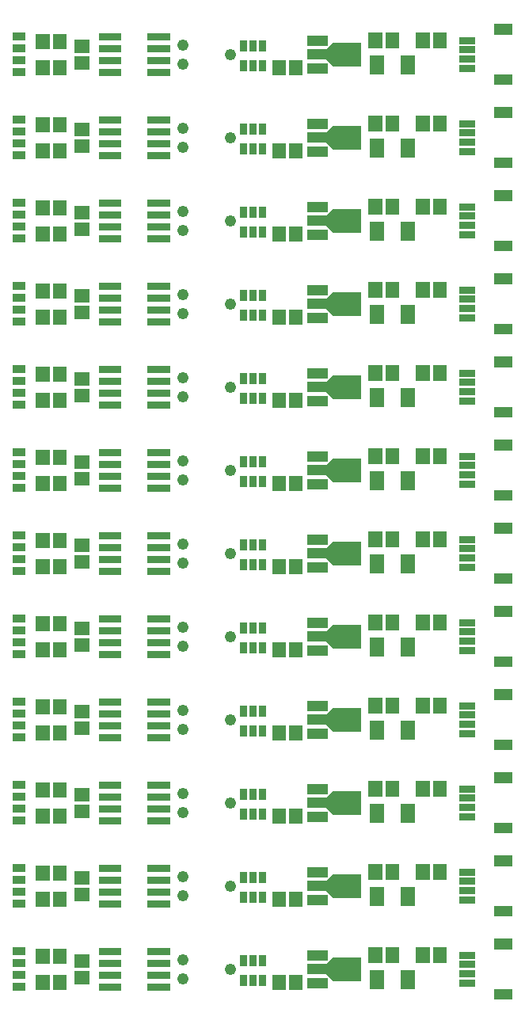
<source format=gbr>
G04 start of page 7 for group -4063 idx -4063 *
G04 Title: (unknown), componentmask *
G04 Creator: pcb 20140316 *
G04 CreationDate: Thu 17 Dec 2020 03:42:44 AM GMT UTC *
G04 For: railfan *
G04 Format: Gerber/RS-274X *
G04 PCB-Dimensions (mil): 3000.00 4500.00 *
G04 PCB-Coordinate-Origin: lower left *
%MOIN*%
%FSLAX25Y25*%
%LNTOPMASK*%
%ADD63R,0.0444X0.0444*%
%ADD62R,0.0296X0.0296*%
%ADD61C,0.0001*%
%ADD60R,0.1005X0.1005*%
%ADD59R,0.0438X0.0438*%
%ADD58R,0.0610X0.0610*%
%ADD57R,0.0300X0.0300*%
%ADD56R,0.0572X0.0572*%
%ADD55R,0.0344X0.0344*%
%ADD54C,0.0490*%
G54D54*X151500Y312500D03*
Y277500D03*
Y242500D03*
Y207500D03*
X131500Y316500D03*
Y308500D03*
Y281500D03*
Y273500D03*
Y246500D03*
Y238500D03*
Y211500D03*
Y203500D03*
X151500Y382500D03*
X131500Y386500D03*
Y378500D03*
X151500Y347500D03*
X131500Y351500D03*
X151500Y417500D03*
X131500Y421500D03*
Y413500D03*
Y343500D03*
X151500Y172500D03*
Y137500D03*
Y102500D03*
Y67500D03*
X131500Y176500D03*
Y168500D03*
Y141500D03*
Y133500D03*
Y106500D03*
Y98500D03*
Y71500D03*
Y63500D03*
X151500Y32500D03*
X131500Y36500D03*
Y28500D03*
G54D55*X61419Y340000D02*X63337D01*
X61419Y345000D02*X63337D01*
G54D56*X72457Y342393D02*Y341607D01*
Y353393D02*Y352607D01*
G54D55*X61419Y350000D02*X63337D01*
X61419Y355000D02*X63337D01*
G54D56*X88607Y343957D02*X89393D01*
X88607Y351043D02*X89393D01*
X79543Y342393D02*Y341607D01*
Y353393D02*Y352607D01*
G54D57*X97500Y355000D02*X104000D01*
X97500Y350000D02*X104000D01*
X97500Y345000D02*X104000D01*
X97500Y340000D02*X104000D01*
G54D55*X61419Y305000D02*X63337D01*
X61419Y310000D02*X63337D01*
G54D56*X72457Y307393D02*Y306607D01*
Y318393D02*Y317607D01*
G54D55*X61419Y315000D02*X63337D01*
X61419Y320000D02*X63337D01*
G54D56*X88607Y308957D02*X89393D01*
X88607Y316043D02*X89393D01*
X79543Y307393D02*Y306607D01*
Y318393D02*Y317607D01*
G54D57*X97500Y320000D02*X104000D01*
X97500Y315000D02*X104000D01*
X97500Y310000D02*X104000D01*
X97500Y305000D02*X104000D01*
X157100Y343600D02*Y342000D01*
X161000Y343600D02*Y342000D01*
X164900Y343600D02*Y342000D01*
Y351800D02*Y350200D01*
X161000Y351800D02*Y350200D01*
X157100Y351800D02*Y350200D01*
X164900Y316800D02*Y315200D01*
Y308600D02*Y307000D01*
X161000Y316800D02*Y315200D01*
X157100Y316800D02*Y315200D01*
Y308600D02*Y307000D01*
X161000Y308600D02*Y307000D01*
X118000Y305000D02*X124500D01*
X118000Y310000D02*X124500D01*
X118000Y315000D02*X124500D01*
X118000Y320000D02*X124500D01*
G54D55*X61419Y270000D02*X63337D01*
X61419Y275000D02*X63337D01*
G54D56*X72457Y272393D02*Y271607D01*
Y283393D02*Y282607D01*
G54D55*X61419Y280000D02*X63337D01*
X61419Y285000D02*X63337D01*
G54D56*X88607Y273957D02*X89393D01*
X88607Y281043D02*X89393D01*
X79543Y272393D02*Y271607D01*
Y283393D02*Y282607D01*
G54D57*X97500Y285000D02*X104000D01*
X97500Y280000D02*X104000D01*
X97500Y275000D02*X104000D01*
X97500Y270000D02*X104000D01*
G54D55*X61419Y235000D02*X63337D01*
X61419Y240000D02*X63337D01*
G54D56*X72457Y237393D02*Y236607D01*
Y248393D02*Y247607D01*
G54D55*X61419Y245000D02*X63337D01*
X61419Y250000D02*X63337D01*
G54D56*X88607Y238957D02*X89393D01*
X88607Y246043D02*X89393D01*
X79543Y237393D02*Y236607D01*
Y248393D02*Y247607D01*
G54D57*X97500Y250000D02*X104000D01*
X97500Y245000D02*X104000D01*
X97500Y240000D02*X104000D01*
X97500Y235000D02*X104000D01*
G54D55*X61419Y410000D02*X63337D01*
X61419Y415000D02*X63337D01*
X61419Y420000D02*X63337D01*
X61419Y425000D02*X63337D01*
G54D56*X72457Y423393D02*Y422607D01*
X79543Y423393D02*Y422607D01*
X72457Y412393D02*Y411607D01*
X79543Y412393D02*Y411607D01*
X88607Y413957D02*X89393D01*
X88607Y421043D02*X89393D01*
G54D57*X97500Y425000D02*X104000D01*
X97500Y420000D02*X104000D01*
X97500Y415000D02*X104000D01*
X97500Y410000D02*X104000D01*
G54D55*X61419Y375000D02*X63337D01*
X61419Y380000D02*X63337D01*
G54D56*X72457Y377393D02*Y376607D01*
Y388393D02*Y387607D01*
G54D55*X61419Y385000D02*X63337D01*
X61419Y390000D02*X63337D01*
G54D56*X88607Y378957D02*X89393D01*
X88607Y386043D02*X89393D01*
X79543Y377393D02*Y376607D01*
Y388393D02*Y387607D01*
G54D57*X97500Y390000D02*X104000D01*
X97500Y385000D02*X104000D01*
X97500Y380000D02*X104000D01*
X97500Y375000D02*X104000D01*
G54D58*X226000Y414000D02*Y412000D01*
X213000Y414000D02*Y412000D01*
G54D56*X212457Y423893D02*Y423107D01*
X219543Y423893D02*Y423107D01*
G54D58*X226000Y379000D02*Y377000D01*
X213000Y379000D02*Y377000D01*
G54D56*X219543Y388893D02*Y388107D01*
X212457Y388893D02*Y388107D01*
G54D58*X226000Y344000D02*Y342000D01*
Y309000D02*Y307000D01*
G54D56*X232457Y318893D02*Y318107D01*
X239543Y318893D02*Y318107D01*
G54D58*X213000Y344000D02*Y342000D01*
G54D56*X212457Y353893D02*Y353107D01*
X219543Y353893D02*Y353107D01*
G54D58*X213000Y309000D02*Y307000D01*
G54D56*X212457Y318893D02*Y318107D01*
X219543Y318893D02*Y318107D01*
G54D59*X186016Y423406D02*X190110D01*
X186016Y417500D02*X197826D01*
G54D60*X199560D02*X201450D01*
G54D61*G36*
X191571Y419385D02*X194835Y422649D01*
X196679Y420805D01*
X193415Y417541D01*
X191571Y419385D01*
G37*
G36*
X193415Y417459D02*X196679Y414195D01*
X194835Y412351D01*
X191571Y415615D01*
X193415Y417459D01*
G37*
G54D59*X186016Y411594D02*X190110D01*
G54D56*X179043Y412393D02*Y411607D01*
X171957Y412393D02*Y411607D01*
X179043Y307393D02*Y306607D01*
X171957Y307393D02*Y306607D01*
G54D62*X249130Y411594D02*X252870D01*
X249130Y415531D02*X252870D01*
X249130Y419469D02*X252870D01*
X249130Y423406D02*X252870D01*
G54D63*X264632Y406919D02*X267880D01*
X264632Y428081D02*X267880D01*
G54D56*X232457Y423893D02*Y423107D01*
X239543Y423893D02*Y423107D01*
G54D62*X249130Y376594D02*X252870D01*
X249130Y380531D02*X252870D01*
G54D63*X264632Y371919D02*X267880D01*
G54D62*X249130Y384469D02*X252870D01*
G54D56*X232457Y388893D02*Y388107D01*
X239543Y388893D02*Y388107D01*
G54D62*X249130Y388406D02*X252870D01*
G54D63*X264632Y393081D02*X267880D01*
X264632Y358081D02*X267880D01*
G54D57*X118000Y425000D02*X124500D01*
X164900Y421800D02*Y420200D01*
X161000Y421800D02*Y420200D01*
X157100Y421800D02*Y420200D01*
Y413600D02*Y412000D01*
X118000Y410000D02*X124500D01*
X118000Y415000D02*X124500D01*
X161000Y413600D02*Y412000D01*
X164900Y413600D02*Y412000D01*
X118000Y420000D02*X124500D01*
X118000Y390000D02*X124500D01*
X164900Y386800D02*Y385200D01*
X161000Y386800D02*Y385200D01*
X157100Y386800D02*Y385200D01*
Y378600D02*Y377000D01*
X118000Y375000D02*X124500D01*
X118000Y380000D02*X124500D01*
X161000Y378600D02*Y377000D01*
X164900Y378600D02*Y377000D01*
X118000Y385000D02*X124500D01*
X118000Y340000D02*X124500D01*
X118000Y345000D02*X124500D01*
X118000Y350000D02*X124500D01*
X118000Y355000D02*X124500D01*
G54D59*X186016Y388406D02*X190110D01*
X186016Y382500D02*X197826D01*
X186016Y376594D02*X190110D01*
G54D56*X179043Y377393D02*Y376607D01*
X171957Y377393D02*Y376607D01*
G54D60*X199560Y382500D02*X201450D01*
G54D61*G36*
X191571Y384385D02*X194835Y387649D01*
X196679Y385805D01*
X193415Y382541D01*
X191571Y384385D01*
G37*
G36*
X193415Y382459D02*X196679Y379195D01*
X194835Y377351D01*
X191571Y380615D01*
X193415Y382459D01*
G37*
G54D62*X249130Y341594D02*X252870D01*
X249130Y345531D02*X252870D01*
X249130Y349469D02*X252870D01*
X249130Y353406D02*X252870D01*
G54D56*X232457Y353893D02*Y353107D01*
X239543Y353893D02*Y353107D01*
G54D63*X264632Y336919D02*X267880D01*
X264632Y323081D02*X267880D01*
G54D62*X249130Y306594D02*X252870D01*
X249130Y310531D02*X252870D01*
X249130Y314469D02*X252870D01*
X249130Y318406D02*X252870D01*
G54D63*X264632Y301919D02*X267880D01*
G54D59*X186016Y353406D02*X190110D01*
X186016Y347500D02*X197826D01*
G54D60*X199560D02*X201450D01*
G54D61*G36*
X191571Y349385D02*X194835Y352649D01*
X196679Y350805D01*
X193415Y347541D01*
X191571Y349385D01*
G37*
G36*
X193415Y347459D02*X196679Y344195D01*
X194835Y342351D01*
X191571Y345615D01*
X193415Y347459D01*
G37*
G54D59*X186016Y341594D02*X190110D01*
G54D56*X179043Y342393D02*Y341607D01*
X171957Y342393D02*Y341607D01*
G54D59*X186016Y318406D02*X190110D01*
X186016Y312500D02*X197826D01*
G54D60*X199560D02*X201450D01*
G54D61*G36*
X191571Y314385D02*X194835Y317649D01*
X196679Y315805D01*
X193415Y312541D01*
X191571Y314385D01*
G37*
G36*
X193415Y312459D02*X196679Y309195D01*
X194835Y307351D01*
X191571Y310615D01*
X193415Y312459D01*
G37*
G54D59*X186016Y306594D02*X190110D01*
G54D58*X226000Y274000D02*Y272000D01*
G54D56*X232457Y283893D02*Y283107D01*
X239543Y283893D02*Y283107D01*
G54D58*X213000Y274000D02*Y272000D01*
G54D56*X212457Y283893D02*Y283107D01*
X219543Y283893D02*Y283107D01*
X212457Y248893D02*Y248107D01*
X219543Y248893D02*Y248107D01*
G54D62*X249130Y271594D02*X252870D01*
X249130Y275531D02*X252870D01*
X249130Y279469D02*X252870D01*
X249130Y283406D02*X252870D01*
G54D63*X264632Y266919D02*X267880D01*
X264632Y288081D02*X267880D01*
G54D59*X186016Y283406D02*X190110D01*
X186016Y277500D02*X197826D01*
G54D60*X199560D02*X201450D01*
G54D61*G36*
X191571Y279385D02*X194835Y282649D01*
X196679Y280805D01*
X193415Y277541D01*
X191571Y279385D01*
G37*
G36*
X193415Y277459D02*X196679Y274195D01*
X194835Y272351D01*
X191571Y275615D01*
X193415Y277459D01*
G37*
G54D59*X186016Y271594D02*X190110D01*
G54D56*X179043Y272393D02*Y271607D01*
X171957Y272393D02*Y271607D01*
G54D58*X226000Y239000D02*Y237000D01*
G54D62*X249130Y236594D02*X252870D01*
X249130Y240531D02*X252870D01*
X249130Y244469D02*X252870D01*
X249130Y248406D02*X252870D01*
G54D56*X232457Y248893D02*Y248107D01*
X239543Y248893D02*Y248107D01*
G54D63*X264632Y231919D02*X267880D01*
X264632Y253081D02*X267880D01*
X264632Y218081D02*X267880D01*
G54D58*X213000Y239000D02*Y237000D01*
G54D56*X212457Y213893D02*Y213107D01*
X219543Y213893D02*Y213107D01*
G54D57*X157100Y273600D02*Y272000D01*
X161000Y273600D02*Y272000D01*
X164900Y273600D02*Y272000D01*
Y281800D02*Y280200D01*
X161000Y281800D02*Y280200D01*
X157100Y281800D02*Y280200D01*
X118000Y270000D02*X124500D01*
X118000Y275000D02*X124500D01*
X118000Y280000D02*X124500D01*
X118000Y285000D02*X124500D01*
X118000Y235000D02*X124500D01*
X118000Y240000D02*X124500D01*
X118000Y245000D02*X124500D01*
X118000Y250000D02*X124500D01*
X164900Y246800D02*Y245200D01*
Y238600D02*Y237000D01*
X161000Y246800D02*Y245200D01*
Y238600D02*Y237000D01*
X157100Y246800D02*Y245200D01*
Y238600D02*Y237000D01*
X164900Y211800D02*Y210200D01*
Y203600D02*Y202000D01*
X161000Y211800D02*Y210200D01*
X157100Y211800D02*Y210200D01*
Y203600D02*Y202000D01*
X161000Y203600D02*Y202000D01*
X118000Y200000D02*X124500D01*
X118000Y205000D02*X124500D01*
X118000Y210000D02*X124500D01*
X118000Y215000D02*X124500D01*
G54D59*X186016Y248406D02*X190110D01*
X186016Y242500D02*X197826D01*
G54D60*X199560D02*X201450D01*
G54D61*G36*
X191571Y244385D02*X194835Y247649D01*
X196679Y245805D01*
X193415Y242541D01*
X191571Y244385D01*
G37*
G36*
X193415Y242459D02*X196679Y239195D01*
X194835Y237351D01*
X191571Y240615D01*
X193415Y242459D01*
G37*
G54D59*X186016Y236594D02*X190110D01*
G54D56*X179043Y237393D02*Y236607D01*
X171957Y237393D02*Y236607D01*
G54D62*X249130Y201594D02*X252870D01*
G54D63*X264632Y196919D02*X267880D01*
G54D62*X249130Y205531D02*X252870D01*
X249130Y209469D02*X252870D01*
X249130Y213406D02*X252870D01*
G54D56*X232457Y213893D02*Y213107D01*
X239543Y213893D02*Y213107D01*
G54D62*X249130Y170531D02*X252870D01*
X249130Y174469D02*X252870D01*
X249130Y178406D02*X252870D01*
G54D63*X264632Y183081D02*X267880D01*
G54D56*X232457Y178893D02*Y178107D01*
X239543Y178893D02*Y178107D01*
G54D59*X186016Y213406D02*X190110D01*
X186016Y207500D02*X197826D01*
G54D60*X199560D02*X201450D01*
G54D61*G36*
X191571Y209385D02*X194835Y212649D01*
X196679Y210805D01*
X193415Y207541D01*
X191571Y209385D01*
G37*
G36*
X193415Y207459D02*X196679Y204195D01*
X194835Y202351D01*
X191571Y205615D01*
X193415Y207459D01*
G37*
G54D59*X186016Y201594D02*X190110D01*
G54D56*X179043Y202393D02*Y201607D01*
X171957Y202393D02*Y201607D01*
G54D58*X226000Y204000D02*Y202000D01*
X213000Y204000D02*Y202000D01*
G54D56*X212457Y178893D02*Y178107D01*
X219543Y178893D02*Y178107D01*
G54D58*X226000Y169000D02*Y167000D01*
X213000Y169000D02*Y167000D01*
X226000Y134000D02*Y132000D01*
X213000Y134000D02*Y132000D01*
G54D56*X219543Y143893D02*Y143107D01*
X212457Y143893D02*Y143107D01*
G54D59*X186016Y178406D02*X190110D01*
X186016Y172500D02*X197826D01*
G54D60*X199560D02*X201450D01*
G54D61*G36*
X191571Y174385D02*X194835Y177649D01*
X196679Y175805D01*
X193415Y172541D01*
X191571Y174385D01*
G37*
G36*
X193415Y172459D02*X196679Y169195D01*
X194835Y167351D01*
X191571Y170615D01*
X193415Y172459D01*
G37*
G54D59*X186016Y166594D02*X190110D01*
G54D56*X179043Y167393D02*Y166607D01*
X171957Y167393D02*Y166607D01*
G54D62*X249130Y166594D02*X252870D01*
G54D63*X264632Y161919D02*X267880D01*
G54D62*X249130Y131594D02*X252870D01*
X249130Y135531D02*X252870D01*
G54D63*X264632Y126919D02*X267880D01*
G54D62*X249130Y139469D02*X252870D01*
X249130Y143406D02*X252870D01*
G54D63*X264632Y148081D02*X267880D01*
G54D56*X232457Y143893D02*Y143107D01*
X239543Y143893D02*Y143107D01*
G54D59*X186016Y143406D02*X190110D01*
X186016Y137500D02*X197826D01*
G54D60*X199560D02*X201450D01*
G54D61*G36*
X191571Y139385D02*X194835Y142649D01*
X196679Y140805D01*
X193415Y137541D01*
X191571Y139385D01*
G37*
G36*
X193415Y137459D02*X196679Y134195D01*
X194835Y132351D01*
X191571Y135615D01*
X193415Y137459D01*
G37*
G54D59*X186016Y131594D02*X190110D01*
G54D56*X179043Y132393D02*Y131607D01*
X171957Y132393D02*Y131607D01*
G54D59*X186016Y108406D02*X190110D01*
X186016Y102500D02*X197826D01*
G54D60*X199560D02*X201450D01*
G54D61*G36*
X191571Y104385D02*X194835Y107649D01*
X196679Y105805D01*
X193415Y102541D01*
X191571Y104385D01*
G37*
G36*
X193415Y102459D02*X196679Y99195D01*
X194835Y97351D01*
X191571Y100615D01*
X193415Y102459D01*
G37*
G54D59*X186016Y96594D02*X190110D01*
G54D58*X226000Y99000D02*Y97000D01*
Y64000D02*Y62000D01*
G54D56*X219543Y73893D02*Y73107D01*
X232457Y73893D02*Y73107D01*
X239543Y73893D02*Y73107D01*
G54D58*X213000Y99000D02*Y97000D01*
Y64000D02*Y62000D01*
G54D56*X212457Y73893D02*Y73107D01*
G54D58*X213000Y29000D02*Y27000D01*
G54D56*X212457Y38893D02*Y38107D01*
Y108893D02*Y108107D01*
X219543Y108893D02*Y108107D01*
G54D58*X226000Y29000D02*Y27000D01*
G54D62*X249130Y26594D02*X252870D01*
X249130Y30531D02*X252870D01*
G54D63*X264632Y21919D02*X267880D01*
G54D62*X249130Y34469D02*X252870D01*
G54D56*X219543Y38893D02*Y38107D01*
X232457Y38893D02*Y38107D01*
X239543Y38893D02*Y38107D01*
G54D62*X249130Y38406D02*X252870D01*
G54D63*X264632Y43081D02*X267880D01*
G54D59*X186016Y61594D02*X190110D01*
G54D56*X179043Y62393D02*Y61607D01*
X171957Y62393D02*Y61607D01*
G54D59*X186016Y38406D02*X190110D01*
X186016Y32500D02*X197826D01*
G54D60*X199560D02*X201450D01*
G54D61*G36*
X191571Y34385D02*X194835Y37649D01*
X196679Y35805D01*
X193415Y32541D01*
X191571Y34385D01*
G37*
G36*
X193415Y32459D02*X196679Y29195D01*
X194835Y27351D01*
X191571Y30615D01*
X193415Y32459D01*
G37*
G54D59*X186016Y26594D02*X190110D01*
G54D56*X179043Y27393D02*Y26607D01*
X171957Y27393D02*Y26607D01*
G54D62*X249130Y96594D02*X252870D01*
G54D63*X264632Y91919D02*X267880D01*
G54D62*X249130Y100531D02*X252870D01*
X249130Y104469D02*X252870D01*
X249130Y108406D02*X252870D01*
G54D63*X264632Y113081D02*X267880D01*
G54D56*X232457Y108893D02*Y108107D01*
X239543Y108893D02*Y108107D01*
G54D62*X249130Y61594D02*X252870D01*
X249130Y65531D02*X252870D01*
X249130Y69469D02*X252870D01*
X249130Y73406D02*X252870D01*
G54D63*X264632Y56919D02*X267880D01*
X264632Y78081D02*X267880D01*
G54D56*X179043Y97393D02*Y96607D01*
X171957Y97393D02*Y96607D01*
G54D57*X157100Y71800D02*Y70200D01*
Y63600D02*Y62000D01*
Y28600D02*Y27000D01*
X161000Y28600D02*Y27000D01*
X164900Y28600D02*Y27000D01*
Y36800D02*Y35200D01*
X161000Y36800D02*Y35200D01*
X157100Y36800D02*Y35200D01*
X118000Y25000D02*X124500D01*
X118000Y30000D02*X124500D01*
X118000Y35000D02*X124500D01*
X118000Y40000D02*X124500D01*
X164900Y71800D02*Y70200D01*
Y63600D02*Y62000D01*
X161000Y71800D02*Y70200D01*
Y63600D02*Y62000D01*
G54D59*X186016Y73406D02*X190110D01*
X186016Y67500D02*X197826D01*
G54D60*X199560D02*X201450D01*
G54D61*G36*
X191571Y69385D02*X194835Y72649D01*
X196679Y70805D01*
X193415Y67541D01*
X191571Y69385D01*
G37*
G36*
X193415Y67459D02*X196679Y64195D01*
X194835Y62351D01*
X191571Y65615D01*
X193415Y67459D01*
G37*
G54D57*X118000Y60000D02*X124500D01*
X118000Y65000D02*X124500D01*
X118000Y70000D02*X124500D01*
X118000Y75000D02*X124500D01*
G54D55*X61419Y200000D02*X63337D01*
X61419Y205000D02*X63337D01*
G54D56*X72457Y202393D02*Y201607D01*
Y213393D02*Y212607D01*
G54D55*X61419Y210000D02*X63337D01*
X61419Y215000D02*X63337D01*
G54D56*X88607Y203957D02*X89393D01*
X88607Y211043D02*X89393D01*
X79543Y202393D02*Y201607D01*
Y213393D02*Y212607D01*
G54D57*X97500Y215000D02*X104000D01*
X97500Y210000D02*X104000D01*
X97500Y205000D02*X104000D01*
X97500Y200000D02*X104000D01*
G54D55*X61419Y165000D02*X63337D01*
X61419Y170000D02*X63337D01*
G54D56*X72457Y167393D02*Y166607D01*
Y178393D02*Y177607D01*
G54D55*X61419Y175000D02*X63337D01*
X61419Y180000D02*X63337D01*
G54D56*X88607Y168957D02*X89393D01*
X88607Y176043D02*X89393D01*
X79543Y167393D02*Y166607D01*
Y178393D02*Y177607D01*
G54D57*X97500Y180000D02*X104000D01*
X97500Y175000D02*X104000D01*
X97500Y170000D02*X104000D01*
X97500Y165000D02*X104000D01*
G54D55*X61419Y130000D02*X63337D01*
X61419Y135000D02*X63337D01*
G54D56*X72457Y132393D02*Y131607D01*
Y143393D02*Y142607D01*
G54D55*X61419Y140000D02*X63337D01*
X61419Y145000D02*X63337D01*
G54D56*X88607Y133957D02*X89393D01*
X88607Y141043D02*X89393D01*
X79543Y132393D02*Y131607D01*
Y143393D02*Y142607D01*
G54D57*X97500Y145000D02*X104000D01*
X97500Y140000D02*X104000D01*
X97500Y135000D02*X104000D01*
X97500Y130000D02*X104000D01*
X164900Y176800D02*Y175200D01*
X161000Y176800D02*Y175200D01*
X157100Y176800D02*Y175200D01*
Y168600D02*Y167000D01*
X118000Y165000D02*X124500D01*
X118000Y170000D02*X124500D01*
X161000Y168600D02*Y167000D01*
X164900Y168600D02*Y167000D01*
X118000Y175000D02*X124500D01*
X118000Y180000D02*X124500D01*
X118000Y145000D02*X124500D01*
X164900Y141800D02*Y140200D01*
X161000Y141800D02*Y140200D01*
X157100Y141800D02*Y140200D01*
Y133600D02*Y132000D01*
X118000Y130000D02*X124500D01*
X118000Y135000D02*X124500D01*
X161000Y133600D02*Y132000D01*
X164900Y133600D02*Y132000D01*
X118000Y140000D02*X124500D01*
X157100Y98600D02*Y97000D01*
X161000Y98600D02*Y97000D01*
X164900Y98600D02*Y97000D01*
Y106800D02*Y105200D01*
X161000Y106800D02*Y105200D01*
X157100Y106800D02*Y105200D01*
X118000Y95000D02*X124500D01*
X118000Y100000D02*X124500D01*
X118000Y105000D02*X124500D01*
X118000Y110000D02*X124500D01*
G54D55*X61419Y95000D02*X63337D01*
X61419Y100000D02*X63337D01*
G54D56*X72457Y97393D02*Y96607D01*
Y108393D02*Y107607D01*
G54D55*X61419Y105000D02*X63337D01*
X61419Y110000D02*X63337D01*
G54D56*X88607Y98957D02*X89393D01*
X88607Y106043D02*X89393D01*
X79543Y97393D02*Y96607D01*
Y108393D02*Y107607D01*
G54D57*X97500Y110000D02*X104000D01*
X97500Y105000D02*X104000D01*
X97500Y100000D02*X104000D01*
X97500Y95000D02*X104000D01*
G54D55*X61419Y60000D02*X63337D01*
X61419Y65000D02*X63337D01*
G54D56*X72457Y62393D02*Y61607D01*
Y73393D02*Y72607D01*
G54D55*X61419Y70000D02*X63337D01*
X61419Y75000D02*X63337D01*
G54D56*X88607Y63957D02*X89393D01*
X88607Y71043D02*X89393D01*
X79543Y62393D02*Y61607D01*
Y73393D02*Y72607D01*
G54D57*X97500Y75000D02*X104000D01*
X97500Y70000D02*X104000D01*
X97500Y65000D02*X104000D01*
X97500Y60000D02*X104000D01*
G54D55*X61419Y25000D02*X63337D01*
X61419Y30000D02*X63337D01*
G54D56*X72457Y27393D02*Y26607D01*
Y38393D02*Y37607D01*
G54D55*X61419Y35000D02*X63337D01*
X61419Y40000D02*X63337D01*
G54D56*X88607Y28957D02*X89393D01*
X88607Y36043D02*X89393D01*
X79543Y27393D02*Y26607D01*
Y38393D02*Y37607D01*
G54D57*X97500Y40000D02*X104000D01*
X97500Y35000D02*X104000D01*
X97500Y30000D02*X104000D01*
X97500Y25000D02*X104000D01*
M02*

</source>
